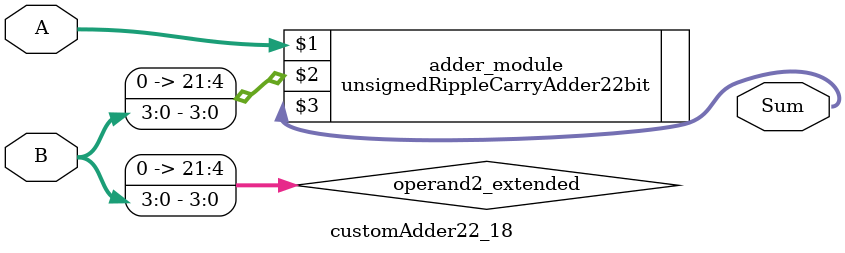
<source format=v>

module customAdder22_18(
                    input [21 : 0] A,
                    input [3 : 0] B,
                    
                    output [22 : 0] Sum
            );

    wire [21 : 0] operand2_extended;
    
    assign operand2_extended =  {18'b0, B};
    
    unsignedRippleCarryAdder22bit adder_module(
        A,
        operand2_extended,
        Sum
    );
    
endmodule
        
</source>
